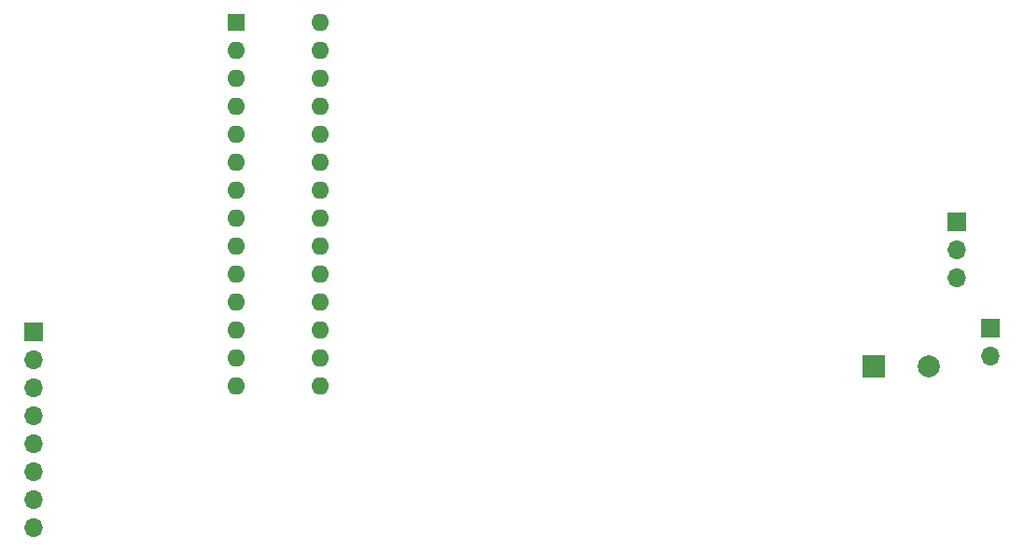
<source format=gbl>
G04 #@! TF.GenerationSoftware,KiCad,Pcbnew,(7.0.0)*
G04 #@! TF.CreationDate,2023-03-09T15:00:38+01:00*
G04 #@! TF.ProjectId,asmTest,61736d54-6573-4742-9e6b-696361645f70,rev?*
G04 #@! TF.SameCoordinates,Original*
G04 #@! TF.FileFunction,Copper,L2,Bot*
G04 #@! TF.FilePolarity,Positive*
%FSLAX46Y46*%
G04 Gerber Fmt 4.6, Leading zero omitted, Abs format (unit mm)*
G04 Created by KiCad (PCBNEW (7.0.0)) date 2023-03-09 15:00:38*
%MOMM*%
%LPD*%
G01*
G04 APERTURE LIST*
G04 #@! TA.AperFunction,ComponentPad*
%ADD10R,1.600000X1.600000*%
G04 #@! TD*
G04 #@! TA.AperFunction,ComponentPad*
%ADD11O,1.600000X1.600000*%
G04 #@! TD*
G04 #@! TA.AperFunction,ComponentPad*
%ADD12R,1.700000X1.700000*%
G04 #@! TD*
G04 #@! TA.AperFunction,ComponentPad*
%ADD13O,1.700000X1.700000*%
G04 #@! TD*
G04 #@! TA.AperFunction,ComponentPad*
%ADD14R,2.000000X2.000000*%
G04 #@! TD*
G04 #@! TA.AperFunction,ComponentPad*
%ADD15C,2.000000*%
G04 #@! TD*
G04 APERTURE END LIST*
D10*
G04 #@! TO.P,U6,1,~{RESET}/PC6*
G04 #@! TO.N,unconnected-(U6-~{RESET}{slash}PC6-Pad1)*
X146379999Y-52879999D03*
D11*
G04 #@! TO.P,U6,2,PD0*
G04 #@! TO.N,/can_rx*
X146379999Y-55419999D03*
G04 #@! TO.P,U6,3,PD1*
G04 #@! TO.N,/can_tx*
X146379999Y-57959999D03*
G04 #@! TO.P,U6,4,PD2*
G04 #@! TO.N,/uart_rx*
X146379999Y-60499999D03*
G04 #@! TO.P,U6,5,PD3*
G04 #@! TO.N,/uart_tx*
X146379999Y-63039999D03*
G04 #@! TO.P,U6,6,PD4*
G04 #@! TO.N,unconnected-(U6-PD4-Pad6)*
X146379999Y-65579999D03*
G04 #@! TO.P,U6,7,VCC*
G04 #@! TO.N,+5V*
X146379999Y-68119999D03*
G04 #@! TO.P,U6,8,GND*
G04 #@! TO.N,GND*
X146379999Y-70659999D03*
G04 #@! TO.P,U6,9,XTAL1/PB6*
G04 #@! TO.N,unconnected-(U6-XTAL1{slash}PB6-Pad9)*
X146379999Y-73199999D03*
G04 #@! TO.P,U6,10,XTAL2/PB7*
G04 #@! TO.N,unconnected-(U6-XTAL2{slash}PB7-Pad10)*
X146379999Y-75739999D03*
G04 #@! TO.P,U6,11,PD5*
G04 #@! TO.N,unconnected-(U6-PD5-Pad11)*
X146379999Y-78279999D03*
G04 #@! TO.P,U6,12,PD6*
G04 #@! TO.N,unconnected-(U6-PD6-Pad12)*
X146379999Y-80819999D03*
G04 #@! TO.P,U6,13,PD7*
G04 #@! TO.N,unconnected-(U6-PD7-Pad13)*
X146379999Y-83359999D03*
G04 #@! TO.P,U6,14,PB0*
G04 #@! TO.N,unconnected-(U6-PB0-Pad14)*
X146379999Y-85899999D03*
G04 #@! TO.P,U6,15,PB1*
G04 #@! TO.N,unconnected-(U6-PB1-Pad15)*
X153999999Y-85899999D03*
G04 #@! TO.P,U6,16,PB2*
G04 #@! TO.N,unconnected-(U6-PB2-Pad16)*
X153999999Y-83359999D03*
G04 #@! TO.P,U6,17,PB3*
G04 #@! TO.N,unconnected-(U6-PB3-Pad17)*
X153999999Y-80819999D03*
G04 #@! TO.P,U6,18,PB4*
G04 #@! TO.N,unconnected-(U6-PB4-Pad18)*
X153999999Y-78279999D03*
G04 #@! TO.P,U6,19,PB5*
G04 #@! TO.N,unconnected-(U6-PB5-Pad19)*
X153999999Y-75739999D03*
G04 #@! TO.P,U6,20,AVCC*
G04 #@! TO.N,+5V*
X153999999Y-73199999D03*
G04 #@! TO.P,U6,21,AREF*
G04 #@! TO.N,unconnected-(U6-AREF-Pad21)*
X153999999Y-70659999D03*
G04 #@! TO.P,U6,22,GND*
G04 #@! TO.N,GND*
X153999999Y-68119999D03*
G04 #@! TO.P,U6,23,PC0*
G04 #@! TO.N,/hi_A*
X153999999Y-65579999D03*
G04 #@! TO.P,U6,24,PC1*
G04 #@! TO.N,/li_A*
X153999999Y-63039999D03*
G04 #@! TO.P,U6,25,PC2*
G04 #@! TO.N,/hi_B*
X153999999Y-60499999D03*
G04 #@! TO.P,U6,26,PC3*
G04 #@! TO.N,/li_B*
X153999999Y-57959999D03*
G04 #@! TO.P,U6,27,PC4*
G04 #@! TO.N,/hi_C*
X153999999Y-55419999D03*
G04 #@! TO.P,U6,28,PC5*
G04 #@! TO.N,/li_C*
X153999999Y-52879999D03*
G04 #@! TD*
D12*
G04 #@! TO.P,J1,1,Pin_1*
G04 #@! TO.N,+10V*
X127999999Y-81019999D03*
D13*
G04 #@! TO.P,J1,2,Pin_2*
G04 #@! TO.N,+5V*
X127999999Y-83559999D03*
G04 #@! TO.P,J1,3,Pin_3*
G04 #@! TO.N,/canh*
X127999999Y-86099999D03*
G04 #@! TO.P,J1,4,Pin_4*
G04 #@! TO.N,/canl*
X127999999Y-88639999D03*
G04 #@! TO.P,J1,5,Pin_5*
G04 #@! TO.N,/rx*
X127999999Y-91179999D03*
G04 #@! TO.P,J1,6,Pin_6*
G04 #@! TO.N,/tx*
X127999999Y-93719999D03*
G04 #@! TO.P,J1,7,Pin_7*
G04 #@! TO.N,unconnected-(J1-Pin_7-Pad7)*
X127999999Y-96259999D03*
G04 #@! TO.P,J1,8,Pin_8*
G04 #@! TO.N,GND*
X127999999Y-98799999D03*
G04 #@! TD*
D12*
G04 #@! TO.P,J5,1,Pin_1*
G04 #@! TO.N,/phase_A*
X211739999Y-70999999D03*
D13*
G04 #@! TO.P,J5,2,Pin_2*
G04 #@! TO.N,/phase_B*
X211739999Y-73539999D03*
G04 #@! TO.P,J5,3,Pin_3*
G04 #@! TO.N,/phase_C*
X211739999Y-76079999D03*
G04 #@! TD*
D14*
G04 #@! TO.P,C7,1*
G04 #@! TO.N,+BATT*
X204204645Y-84149999D03*
D15*
G04 #@! TO.P,C7,2*
G04 #@! TO.N,GND*
X209204646Y-84150000D03*
G04 #@! TD*
D12*
G04 #@! TO.P,J4,1,Pin_1*
G04 #@! TO.N,+BATT*
X214799999Y-80699999D03*
D13*
G04 #@! TO.P,J4,2,Pin_2*
G04 #@! TO.N,GND*
X214799999Y-83239999D03*
G04 #@! TD*
M02*

</source>
